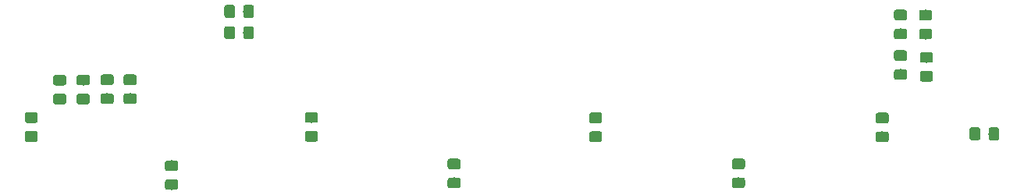
<source format=gbr>
G04 #@! TF.GenerationSoftware,KiCad,Pcbnew,(5.1.2)-2*
G04 #@! TF.CreationDate,2021-01-17T20:53:17+05:30*
G04 #@! TF.ProjectId,VendSensor,56656e64-5365-46e7-936f-722e6b696361,rev?*
G04 #@! TF.SameCoordinates,Original*
G04 #@! TF.FileFunction,Paste,Top*
G04 #@! TF.FilePolarity,Positive*
%FSLAX46Y46*%
G04 Gerber Fmt 4.6, Leading zero omitted, Abs format (unit mm)*
G04 Created by KiCad (PCBNEW (5.1.2)-2) date 2021-01-17 20:53:17*
%MOMM*%
%LPD*%
G04 APERTURE LIST*
%ADD10C,0.100000*%
%ADD11C,1.150000*%
G04 APERTURE END LIST*
D10*
G36*
X74534505Y-43686204D02*
G01*
X74558773Y-43689804D01*
X74582572Y-43695765D01*
X74605671Y-43704030D01*
X74627850Y-43714520D01*
X74648893Y-43727132D01*
X74668599Y-43741747D01*
X74686777Y-43758223D01*
X74703253Y-43776401D01*
X74717868Y-43796107D01*
X74730480Y-43817150D01*
X74740970Y-43839329D01*
X74749235Y-43862428D01*
X74755196Y-43886227D01*
X74758796Y-43910495D01*
X74760000Y-43934999D01*
X74760000Y-44585001D01*
X74758796Y-44609505D01*
X74755196Y-44633773D01*
X74749235Y-44657572D01*
X74740970Y-44680671D01*
X74730480Y-44702850D01*
X74717868Y-44723893D01*
X74703253Y-44743599D01*
X74686777Y-44761777D01*
X74668599Y-44778253D01*
X74648893Y-44792868D01*
X74627850Y-44805480D01*
X74605671Y-44815970D01*
X74582572Y-44824235D01*
X74558773Y-44830196D01*
X74534505Y-44833796D01*
X74510001Y-44835000D01*
X73609999Y-44835000D01*
X73585495Y-44833796D01*
X73561227Y-44830196D01*
X73537428Y-44824235D01*
X73514329Y-44815970D01*
X73492150Y-44805480D01*
X73471107Y-44792868D01*
X73451401Y-44778253D01*
X73433223Y-44761777D01*
X73416747Y-44743599D01*
X73402132Y-44723893D01*
X73389520Y-44702850D01*
X73379030Y-44680671D01*
X73370765Y-44657572D01*
X73364804Y-44633773D01*
X73361204Y-44609505D01*
X73360000Y-44585001D01*
X73360000Y-43934999D01*
X73361204Y-43910495D01*
X73364804Y-43886227D01*
X73370765Y-43862428D01*
X73379030Y-43839329D01*
X73389520Y-43817150D01*
X73402132Y-43796107D01*
X73416747Y-43776401D01*
X73433223Y-43758223D01*
X73451401Y-43741747D01*
X73471107Y-43727132D01*
X73492150Y-43714520D01*
X73514329Y-43704030D01*
X73537428Y-43695765D01*
X73561227Y-43689804D01*
X73585495Y-43686204D01*
X73609999Y-43685000D01*
X74510001Y-43685000D01*
X74534505Y-43686204D01*
X74534505Y-43686204D01*
G37*
D11*
X74060000Y-44260000D03*
D10*
G36*
X74534505Y-45736204D02*
G01*
X74558773Y-45739804D01*
X74582572Y-45745765D01*
X74605671Y-45754030D01*
X74627850Y-45764520D01*
X74648893Y-45777132D01*
X74668599Y-45791747D01*
X74686777Y-45808223D01*
X74703253Y-45826401D01*
X74717868Y-45846107D01*
X74730480Y-45867150D01*
X74740970Y-45889329D01*
X74749235Y-45912428D01*
X74755196Y-45936227D01*
X74758796Y-45960495D01*
X74760000Y-45984999D01*
X74760000Y-46635001D01*
X74758796Y-46659505D01*
X74755196Y-46683773D01*
X74749235Y-46707572D01*
X74740970Y-46730671D01*
X74730480Y-46752850D01*
X74717868Y-46773893D01*
X74703253Y-46793599D01*
X74686777Y-46811777D01*
X74668599Y-46828253D01*
X74648893Y-46842868D01*
X74627850Y-46855480D01*
X74605671Y-46865970D01*
X74582572Y-46874235D01*
X74558773Y-46880196D01*
X74534505Y-46883796D01*
X74510001Y-46885000D01*
X73609999Y-46885000D01*
X73585495Y-46883796D01*
X73561227Y-46880196D01*
X73537428Y-46874235D01*
X73514329Y-46865970D01*
X73492150Y-46855480D01*
X73471107Y-46842868D01*
X73451401Y-46828253D01*
X73433223Y-46811777D01*
X73416747Y-46793599D01*
X73402132Y-46773893D01*
X73389520Y-46752850D01*
X73379030Y-46730671D01*
X73370765Y-46707572D01*
X73364804Y-46683773D01*
X73361204Y-46659505D01*
X73360000Y-46635001D01*
X73360000Y-45984999D01*
X73361204Y-45960495D01*
X73364804Y-45936227D01*
X73370765Y-45912428D01*
X73379030Y-45889329D01*
X73389520Y-45867150D01*
X73402132Y-45846107D01*
X73416747Y-45826401D01*
X73433223Y-45808223D01*
X73451401Y-45791747D01*
X73471107Y-45777132D01*
X73492150Y-45764520D01*
X73514329Y-45754030D01*
X73537428Y-45745765D01*
X73561227Y-45739804D01*
X73585495Y-45736204D01*
X73609999Y-45735000D01*
X74510001Y-45735000D01*
X74534505Y-45736204D01*
X74534505Y-45736204D01*
G37*
D11*
X74060000Y-46310000D03*
D10*
G36*
X72054505Y-43686204D02*
G01*
X72078773Y-43689804D01*
X72102572Y-43695765D01*
X72125671Y-43704030D01*
X72147850Y-43714520D01*
X72168893Y-43727132D01*
X72188599Y-43741747D01*
X72206777Y-43758223D01*
X72223253Y-43776401D01*
X72237868Y-43796107D01*
X72250480Y-43817150D01*
X72260970Y-43839329D01*
X72269235Y-43862428D01*
X72275196Y-43886227D01*
X72278796Y-43910495D01*
X72280000Y-43934999D01*
X72280000Y-44585001D01*
X72278796Y-44609505D01*
X72275196Y-44633773D01*
X72269235Y-44657572D01*
X72260970Y-44680671D01*
X72250480Y-44702850D01*
X72237868Y-44723893D01*
X72223253Y-44743599D01*
X72206777Y-44761777D01*
X72188599Y-44778253D01*
X72168893Y-44792868D01*
X72147850Y-44805480D01*
X72125671Y-44815970D01*
X72102572Y-44824235D01*
X72078773Y-44830196D01*
X72054505Y-44833796D01*
X72030001Y-44835000D01*
X71129999Y-44835000D01*
X71105495Y-44833796D01*
X71081227Y-44830196D01*
X71057428Y-44824235D01*
X71034329Y-44815970D01*
X71012150Y-44805480D01*
X70991107Y-44792868D01*
X70971401Y-44778253D01*
X70953223Y-44761777D01*
X70936747Y-44743599D01*
X70922132Y-44723893D01*
X70909520Y-44702850D01*
X70899030Y-44680671D01*
X70890765Y-44657572D01*
X70884804Y-44633773D01*
X70881204Y-44609505D01*
X70880000Y-44585001D01*
X70880000Y-43934999D01*
X70881204Y-43910495D01*
X70884804Y-43886227D01*
X70890765Y-43862428D01*
X70899030Y-43839329D01*
X70909520Y-43817150D01*
X70922132Y-43796107D01*
X70936747Y-43776401D01*
X70953223Y-43758223D01*
X70971401Y-43741747D01*
X70991107Y-43727132D01*
X71012150Y-43714520D01*
X71034329Y-43704030D01*
X71057428Y-43695765D01*
X71081227Y-43689804D01*
X71105495Y-43686204D01*
X71129999Y-43685000D01*
X72030001Y-43685000D01*
X72054505Y-43686204D01*
X72054505Y-43686204D01*
G37*
D11*
X71580000Y-44260000D03*
D10*
G36*
X72054505Y-45736204D02*
G01*
X72078773Y-45739804D01*
X72102572Y-45745765D01*
X72125671Y-45754030D01*
X72147850Y-45764520D01*
X72168893Y-45777132D01*
X72188599Y-45791747D01*
X72206777Y-45808223D01*
X72223253Y-45826401D01*
X72237868Y-45846107D01*
X72250480Y-45867150D01*
X72260970Y-45889329D01*
X72269235Y-45912428D01*
X72275196Y-45936227D01*
X72278796Y-45960495D01*
X72280000Y-45984999D01*
X72280000Y-46635001D01*
X72278796Y-46659505D01*
X72275196Y-46683773D01*
X72269235Y-46707572D01*
X72260970Y-46730671D01*
X72250480Y-46752850D01*
X72237868Y-46773893D01*
X72223253Y-46793599D01*
X72206777Y-46811777D01*
X72188599Y-46828253D01*
X72168893Y-46842868D01*
X72147850Y-46855480D01*
X72125671Y-46865970D01*
X72102572Y-46874235D01*
X72078773Y-46880196D01*
X72054505Y-46883796D01*
X72030001Y-46885000D01*
X71129999Y-46885000D01*
X71105495Y-46883796D01*
X71081227Y-46880196D01*
X71057428Y-46874235D01*
X71034329Y-46865970D01*
X71012150Y-46855480D01*
X70991107Y-46842868D01*
X70971401Y-46828253D01*
X70953223Y-46811777D01*
X70936747Y-46793599D01*
X70922132Y-46773893D01*
X70909520Y-46752850D01*
X70899030Y-46730671D01*
X70890765Y-46707572D01*
X70884804Y-46683773D01*
X70881204Y-46659505D01*
X70880000Y-46635001D01*
X70880000Y-45984999D01*
X70881204Y-45960495D01*
X70884804Y-45936227D01*
X70890765Y-45912428D01*
X70899030Y-45889329D01*
X70909520Y-45867150D01*
X70922132Y-45846107D01*
X70936747Y-45826401D01*
X70953223Y-45808223D01*
X70971401Y-45791747D01*
X70991107Y-45777132D01*
X71012150Y-45764520D01*
X71034329Y-45754030D01*
X71057428Y-45745765D01*
X71081227Y-45739804D01*
X71105495Y-45736204D01*
X71129999Y-45735000D01*
X72030001Y-45735000D01*
X72054505Y-45736204D01*
X72054505Y-45736204D01*
G37*
D11*
X71580000Y-46310000D03*
D10*
G36*
X69454505Y-43721204D02*
G01*
X69478773Y-43724804D01*
X69502572Y-43730765D01*
X69525671Y-43739030D01*
X69547850Y-43749520D01*
X69568893Y-43762132D01*
X69588599Y-43776747D01*
X69606777Y-43793223D01*
X69623253Y-43811401D01*
X69637868Y-43831107D01*
X69650480Y-43852150D01*
X69660970Y-43874329D01*
X69669235Y-43897428D01*
X69675196Y-43921227D01*
X69678796Y-43945495D01*
X69680000Y-43969999D01*
X69680000Y-44620001D01*
X69678796Y-44644505D01*
X69675196Y-44668773D01*
X69669235Y-44692572D01*
X69660970Y-44715671D01*
X69650480Y-44737850D01*
X69637868Y-44758893D01*
X69623253Y-44778599D01*
X69606777Y-44796777D01*
X69588599Y-44813253D01*
X69568893Y-44827868D01*
X69547850Y-44840480D01*
X69525671Y-44850970D01*
X69502572Y-44859235D01*
X69478773Y-44865196D01*
X69454505Y-44868796D01*
X69430001Y-44870000D01*
X68529999Y-44870000D01*
X68505495Y-44868796D01*
X68481227Y-44865196D01*
X68457428Y-44859235D01*
X68434329Y-44850970D01*
X68412150Y-44840480D01*
X68391107Y-44827868D01*
X68371401Y-44813253D01*
X68353223Y-44796777D01*
X68336747Y-44778599D01*
X68322132Y-44758893D01*
X68309520Y-44737850D01*
X68299030Y-44715671D01*
X68290765Y-44692572D01*
X68284804Y-44668773D01*
X68281204Y-44644505D01*
X68280000Y-44620001D01*
X68280000Y-43969999D01*
X68281204Y-43945495D01*
X68284804Y-43921227D01*
X68290765Y-43897428D01*
X68299030Y-43874329D01*
X68309520Y-43852150D01*
X68322132Y-43831107D01*
X68336747Y-43811401D01*
X68353223Y-43793223D01*
X68371401Y-43776747D01*
X68391107Y-43762132D01*
X68412150Y-43749520D01*
X68434329Y-43739030D01*
X68457428Y-43730765D01*
X68481227Y-43724804D01*
X68505495Y-43721204D01*
X68529999Y-43720000D01*
X69430001Y-43720000D01*
X69454505Y-43721204D01*
X69454505Y-43721204D01*
G37*
D11*
X68980000Y-44295000D03*
D10*
G36*
X69454505Y-45771204D02*
G01*
X69478773Y-45774804D01*
X69502572Y-45780765D01*
X69525671Y-45789030D01*
X69547850Y-45799520D01*
X69568893Y-45812132D01*
X69588599Y-45826747D01*
X69606777Y-45843223D01*
X69623253Y-45861401D01*
X69637868Y-45881107D01*
X69650480Y-45902150D01*
X69660970Y-45924329D01*
X69669235Y-45947428D01*
X69675196Y-45971227D01*
X69678796Y-45995495D01*
X69680000Y-46019999D01*
X69680000Y-46670001D01*
X69678796Y-46694505D01*
X69675196Y-46718773D01*
X69669235Y-46742572D01*
X69660970Y-46765671D01*
X69650480Y-46787850D01*
X69637868Y-46808893D01*
X69623253Y-46828599D01*
X69606777Y-46846777D01*
X69588599Y-46863253D01*
X69568893Y-46877868D01*
X69547850Y-46890480D01*
X69525671Y-46900970D01*
X69502572Y-46909235D01*
X69478773Y-46915196D01*
X69454505Y-46918796D01*
X69430001Y-46920000D01*
X68529999Y-46920000D01*
X68505495Y-46918796D01*
X68481227Y-46915196D01*
X68457428Y-46909235D01*
X68434329Y-46900970D01*
X68412150Y-46890480D01*
X68391107Y-46877868D01*
X68371401Y-46863253D01*
X68353223Y-46846777D01*
X68336747Y-46828599D01*
X68322132Y-46808893D01*
X68309520Y-46787850D01*
X68299030Y-46765671D01*
X68290765Y-46742572D01*
X68284804Y-46718773D01*
X68281204Y-46694505D01*
X68280000Y-46670001D01*
X68280000Y-46019999D01*
X68281204Y-45995495D01*
X68284804Y-45971227D01*
X68290765Y-45947428D01*
X68299030Y-45924329D01*
X68309520Y-45902150D01*
X68322132Y-45881107D01*
X68336747Y-45861401D01*
X68353223Y-45843223D01*
X68371401Y-45826747D01*
X68391107Y-45812132D01*
X68412150Y-45799520D01*
X68434329Y-45789030D01*
X68457428Y-45780765D01*
X68481227Y-45774804D01*
X68505495Y-45771204D01*
X68529999Y-45770000D01*
X69430001Y-45770000D01*
X69454505Y-45771204D01*
X69454505Y-45771204D01*
G37*
D11*
X68980000Y-46345000D03*
D10*
G36*
X66904505Y-43726204D02*
G01*
X66928773Y-43729804D01*
X66952572Y-43735765D01*
X66975671Y-43744030D01*
X66997850Y-43754520D01*
X67018893Y-43767132D01*
X67038599Y-43781747D01*
X67056777Y-43798223D01*
X67073253Y-43816401D01*
X67087868Y-43836107D01*
X67100480Y-43857150D01*
X67110970Y-43879329D01*
X67119235Y-43902428D01*
X67125196Y-43926227D01*
X67128796Y-43950495D01*
X67130000Y-43974999D01*
X67130000Y-44625001D01*
X67128796Y-44649505D01*
X67125196Y-44673773D01*
X67119235Y-44697572D01*
X67110970Y-44720671D01*
X67100480Y-44742850D01*
X67087868Y-44763893D01*
X67073253Y-44783599D01*
X67056777Y-44801777D01*
X67038599Y-44818253D01*
X67018893Y-44832868D01*
X66997850Y-44845480D01*
X66975671Y-44855970D01*
X66952572Y-44864235D01*
X66928773Y-44870196D01*
X66904505Y-44873796D01*
X66880001Y-44875000D01*
X65979999Y-44875000D01*
X65955495Y-44873796D01*
X65931227Y-44870196D01*
X65907428Y-44864235D01*
X65884329Y-44855970D01*
X65862150Y-44845480D01*
X65841107Y-44832868D01*
X65821401Y-44818253D01*
X65803223Y-44801777D01*
X65786747Y-44783599D01*
X65772132Y-44763893D01*
X65759520Y-44742850D01*
X65749030Y-44720671D01*
X65740765Y-44697572D01*
X65734804Y-44673773D01*
X65731204Y-44649505D01*
X65730000Y-44625001D01*
X65730000Y-43974999D01*
X65731204Y-43950495D01*
X65734804Y-43926227D01*
X65740765Y-43902428D01*
X65749030Y-43879329D01*
X65759520Y-43857150D01*
X65772132Y-43836107D01*
X65786747Y-43816401D01*
X65803223Y-43798223D01*
X65821401Y-43781747D01*
X65841107Y-43767132D01*
X65862150Y-43754520D01*
X65884329Y-43744030D01*
X65907428Y-43735765D01*
X65931227Y-43729804D01*
X65955495Y-43726204D01*
X65979999Y-43725000D01*
X66880001Y-43725000D01*
X66904505Y-43726204D01*
X66904505Y-43726204D01*
G37*
D11*
X66430000Y-44300000D03*
D10*
G36*
X66904505Y-45776204D02*
G01*
X66928773Y-45779804D01*
X66952572Y-45785765D01*
X66975671Y-45794030D01*
X66997850Y-45804520D01*
X67018893Y-45817132D01*
X67038599Y-45831747D01*
X67056777Y-45848223D01*
X67073253Y-45866401D01*
X67087868Y-45886107D01*
X67100480Y-45907150D01*
X67110970Y-45929329D01*
X67119235Y-45952428D01*
X67125196Y-45976227D01*
X67128796Y-46000495D01*
X67130000Y-46024999D01*
X67130000Y-46675001D01*
X67128796Y-46699505D01*
X67125196Y-46723773D01*
X67119235Y-46747572D01*
X67110970Y-46770671D01*
X67100480Y-46792850D01*
X67087868Y-46813893D01*
X67073253Y-46833599D01*
X67056777Y-46851777D01*
X67038599Y-46868253D01*
X67018893Y-46882868D01*
X66997850Y-46895480D01*
X66975671Y-46905970D01*
X66952572Y-46914235D01*
X66928773Y-46920196D01*
X66904505Y-46923796D01*
X66880001Y-46925000D01*
X65979999Y-46925000D01*
X65955495Y-46923796D01*
X65931227Y-46920196D01*
X65907428Y-46914235D01*
X65884329Y-46905970D01*
X65862150Y-46895480D01*
X65841107Y-46882868D01*
X65821401Y-46868253D01*
X65803223Y-46851777D01*
X65786747Y-46833599D01*
X65772132Y-46813893D01*
X65759520Y-46792850D01*
X65749030Y-46770671D01*
X65740765Y-46747572D01*
X65734804Y-46723773D01*
X65731204Y-46699505D01*
X65730000Y-46675001D01*
X65730000Y-46024999D01*
X65731204Y-46000495D01*
X65734804Y-45976227D01*
X65740765Y-45952428D01*
X65749030Y-45929329D01*
X65759520Y-45907150D01*
X65772132Y-45886107D01*
X65786747Y-45866401D01*
X65803223Y-45848223D01*
X65821401Y-45831747D01*
X65841107Y-45817132D01*
X65862150Y-45804520D01*
X65884329Y-45794030D01*
X65907428Y-45785765D01*
X65931227Y-45779804D01*
X65955495Y-45776204D01*
X65979999Y-45775000D01*
X66880001Y-45775000D01*
X66904505Y-45776204D01*
X66904505Y-45776204D01*
G37*
D11*
X66430000Y-46350000D03*
D10*
G36*
X87269505Y-38441204D02*
G01*
X87293773Y-38444804D01*
X87317572Y-38450765D01*
X87340671Y-38459030D01*
X87362850Y-38469520D01*
X87383893Y-38482132D01*
X87403599Y-38496747D01*
X87421777Y-38513223D01*
X87438253Y-38531401D01*
X87452868Y-38551107D01*
X87465480Y-38572150D01*
X87475970Y-38594329D01*
X87484235Y-38617428D01*
X87490196Y-38641227D01*
X87493796Y-38665495D01*
X87495000Y-38689999D01*
X87495000Y-39590001D01*
X87493796Y-39614505D01*
X87490196Y-39638773D01*
X87484235Y-39662572D01*
X87475970Y-39685671D01*
X87465480Y-39707850D01*
X87452868Y-39728893D01*
X87438253Y-39748599D01*
X87421777Y-39766777D01*
X87403599Y-39783253D01*
X87383893Y-39797868D01*
X87362850Y-39810480D01*
X87340671Y-39820970D01*
X87317572Y-39829235D01*
X87293773Y-39835196D01*
X87269505Y-39838796D01*
X87245001Y-39840000D01*
X86594999Y-39840000D01*
X86570495Y-39838796D01*
X86546227Y-39835196D01*
X86522428Y-39829235D01*
X86499329Y-39820970D01*
X86477150Y-39810480D01*
X86456107Y-39797868D01*
X86436401Y-39783253D01*
X86418223Y-39766777D01*
X86401747Y-39748599D01*
X86387132Y-39728893D01*
X86374520Y-39707850D01*
X86364030Y-39685671D01*
X86355765Y-39662572D01*
X86349804Y-39638773D01*
X86346204Y-39614505D01*
X86345000Y-39590001D01*
X86345000Y-38689999D01*
X86346204Y-38665495D01*
X86349804Y-38641227D01*
X86355765Y-38617428D01*
X86364030Y-38594329D01*
X86374520Y-38572150D01*
X86387132Y-38551107D01*
X86401747Y-38531401D01*
X86418223Y-38513223D01*
X86436401Y-38496747D01*
X86456107Y-38482132D01*
X86477150Y-38469520D01*
X86499329Y-38459030D01*
X86522428Y-38450765D01*
X86546227Y-38444804D01*
X86570495Y-38441204D01*
X86594999Y-38440000D01*
X87245001Y-38440000D01*
X87269505Y-38441204D01*
X87269505Y-38441204D01*
G37*
D11*
X86920000Y-39140000D03*
D10*
G36*
X85219505Y-38441204D02*
G01*
X85243773Y-38444804D01*
X85267572Y-38450765D01*
X85290671Y-38459030D01*
X85312850Y-38469520D01*
X85333893Y-38482132D01*
X85353599Y-38496747D01*
X85371777Y-38513223D01*
X85388253Y-38531401D01*
X85402868Y-38551107D01*
X85415480Y-38572150D01*
X85425970Y-38594329D01*
X85434235Y-38617428D01*
X85440196Y-38641227D01*
X85443796Y-38665495D01*
X85445000Y-38689999D01*
X85445000Y-39590001D01*
X85443796Y-39614505D01*
X85440196Y-39638773D01*
X85434235Y-39662572D01*
X85425970Y-39685671D01*
X85415480Y-39707850D01*
X85402868Y-39728893D01*
X85388253Y-39748599D01*
X85371777Y-39766777D01*
X85353599Y-39783253D01*
X85333893Y-39797868D01*
X85312850Y-39810480D01*
X85290671Y-39820970D01*
X85267572Y-39829235D01*
X85243773Y-39835196D01*
X85219505Y-39838796D01*
X85195001Y-39840000D01*
X84544999Y-39840000D01*
X84520495Y-39838796D01*
X84496227Y-39835196D01*
X84472428Y-39829235D01*
X84449329Y-39820970D01*
X84427150Y-39810480D01*
X84406107Y-39797868D01*
X84386401Y-39783253D01*
X84368223Y-39766777D01*
X84351747Y-39748599D01*
X84337132Y-39728893D01*
X84324520Y-39707850D01*
X84314030Y-39685671D01*
X84305765Y-39662572D01*
X84299804Y-39638773D01*
X84296204Y-39614505D01*
X84295000Y-39590001D01*
X84295000Y-38689999D01*
X84296204Y-38665495D01*
X84299804Y-38641227D01*
X84305765Y-38617428D01*
X84314030Y-38594329D01*
X84324520Y-38572150D01*
X84337132Y-38551107D01*
X84351747Y-38531401D01*
X84368223Y-38513223D01*
X84386401Y-38496747D01*
X84406107Y-38482132D01*
X84427150Y-38469520D01*
X84449329Y-38459030D01*
X84472428Y-38450765D01*
X84496227Y-38444804D01*
X84520495Y-38441204D01*
X84544999Y-38440000D01*
X85195001Y-38440000D01*
X85219505Y-38441204D01*
X85219505Y-38441204D01*
G37*
D11*
X84870000Y-39140000D03*
D10*
G36*
X87269505Y-36141204D02*
G01*
X87293773Y-36144804D01*
X87317572Y-36150765D01*
X87340671Y-36159030D01*
X87362850Y-36169520D01*
X87383893Y-36182132D01*
X87403599Y-36196747D01*
X87421777Y-36213223D01*
X87438253Y-36231401D01*
X87452868Y-36251107D01*
X87465480Y-36272150D01*
X87475970Y-36294329D01*
X87484235Y-36317428D01*
X87490196Y-36341227D01*
X87493796Y-36365495D01*
X87495000Y-36389999D01*
X87495000Y-37290001D01*
X87493796Y-37314505D01*
X87490196Y-37338773D01*
X87484235Y-37362572D01*
X87475970Y-37385671D01*
X87465480Y-37407850D01*
X87452868Y-37428893D01*
X87438253Y-37448599D01*
X87421777Y-37466777D01*
X87403599Y-37483253D01*
X87383893Y-37497868D01*
X87362850Y-37510480D01*
X87340671Y-37520970D01*
X87317572Y-37529235D01*
X87293773Y-37535196D01*
X87269505Y-37538796D01*
X87245001Y-37540000D01*
X86594999Y-37540000D01*
X86570495Y-37538796D01*
X86546227Y-37535196D01*
X86522428Y-37529235D01*
X86499329Y-37520970D01*
X86477150Y-37510480D01*
X86456107Y-37497868D01*
X86436401Y-37483253D01*
X86418223Y-37466777D01*
X86401747Y-37448599D01*
X86387132Y-37428893D01*
X86374520Y-37407850D01*
X86364030Y-37385671D01*
X86355765Y-37362572D01*
X86349804Y-37338773D01*
X86346204Y-37314505D01*
X86345000Y-37290001D01*
X86345000Y-36389999D01*
X86346204Y-36365495D01*
X86349804Y-36341227D01*
X86355765Y-36317428D01*
X86364030Y-36294329D01*
X86374520Y-36272150D01*
X86387132Y-36251107D01*
X86401747Y-36231401D01*
X86418223Y-36213223D01*
X86436401Y-36196747D01*
X86456107Y-36182132D01*
X86477150Y-36169520D01*
X86499329Y-36159030D01*
X86522428Y-36150765D01*
X86546227Y-36144804D01*
X86570495Y-36141204D01*
X86594999Y-36140000D01*
X87245001Y-36140000D01*
X87269505Y-36141204D01*
X87269505Y-36141204D01*
G37*
D11*
X86920000Y-36840000D03*
D10*
G36*
X85219505Y-36141204D02*
G01*
X85243773Y-36144804D01*
X85267572Y-36150765D01*
X85290671Y-36159030D01*
X85312850Y-36169520D01*
X85333893Y-36182132D01*
X85353599Y-36196747D01*
X85371777Y-36213223D01*
X85388253Y-36231401D01*
X85402868Y-36251107D01*
X85415480Y-36272150D01*
X85425970Y-36294329D01*
X85434235Y-36317428D01*
X85440196Y-36341227D01*
X85443796Y-36365495D01*
X85445000Y-36389999D01*
X85445000Y-37290001D01*
X85443796Y-37314505D01*
X85440196Y-37338773D01*
X85434235Y-37362572D01*
X85425970Y-37385671D01*
X85415480Y-37407850D01*
X85402868Y-37428893D01*
X85388253Y-37448599D01*
X85371777Y-37466777D01*
X85353599Y-37483253D01*
X85333893Y-37497868D01*
X85312850Y-37510480D01*
X85290671Y-37520970D01*
X85267572Y-37529235D01*
X85243773Y-37535196D01*
X85219505Y-37538796D01*
X85195001Y-37540000D01*
X84544999Y-37540000D01*
X84520495Y-37538796D01*
X84496227Y-37535196D01*
X84472428Y-37529235D01*
X84449329Y-37520970D01*
X84427150Y-37510480D01*
X84406107Y-37497868D01*
X84386401Y-37483253D01*
X84368223Y-37466777D01*
X84351747Y-37448599D01*
X84337132Y-37428893D01*
X84324520Y-37407850D01*
X84314030Y-37385671D01*
X84305765Y-37362572D01*
X84299804Y-37338773D01*
X84296204Y-37314505D01*
X84295000Y-37290001D01*
X84295000Y-36389999D01*
X84296204Y-36365495D01*
X84299804Y-36341227D01*
X84305765Y-36317428D01*
X84314030Y-36294329D01*
X84324520Y-36272150D01*
X84337132Y-36251107D01*
X84351747Y-36231401D01*
X84368223Y-36213223D01*
X84386401Y-36196747D01*
X84406107Y-36182132D01*
X84427150Y-36169520D01*
X84449329Y-36159030D01*
X84472428Y-36150765D01*
X84496227Y-36144804D01*
X84520495Y-36141204D01*
X84544999Y-36140000D01*
X85195001Y-36140000D01*
X85219505Y-36141204D01*
X85219505Y-36141204D01*
G37*
D11*
X84870000Y-36840000D03*
D10*
G36*
X158114505Y-38711204D02*
G01*
X158138773Y-38714804D01*
X158162572Y-38720765D01*
X158185671Y-38729030D01*
X158207850Y-38739520D01*
X158228893Y-38752132D01*
X158248599Y-38766747D01*
X158266777Y-38783223D01*
X158283253Y-38801401D01*
X158297868Y-38821107D01*
X158310480Y-38842150D01*
X158320970Y-38864329D01*
X158329235Y-38887428D01*
X158335196Y-38911227D01*
X158338796Y-38935495D01*
X158340000Y-38959999D01*
X158340000Y-39610001D01*
X158338796Y-39634505D01*
X158335196Y-39658773D01*
X158329235Y-39682572D01*
X158320970Y-39705671D01*
X158310480Y-39727850D01*
X158297868Y-39748893D01*
X158283253Y-39768599D01*
X158266777Y-39786777D01*
X158248599Y-39803253D01*
X158228893Y-39817868D01*
X158207850Y-39830480D01*
X158185671Y-39840970D01*
X158162572Y-39849235D01*
X158138773Y-39855196D01*
X158114505Y-39858796D01*
X158090001Y-39860000D01*
X157189999Y-39860000D01*
X157165495Y-39858796D01*
X157141227Y-39855196D01*
X157117428Y-39849235D01*
X157094329Y-39840970D01*
X157072150Y-39830480D01*
X157051107Y-39817868D01*
X157031401Y-39803253D01*
X157013223Y-39786777D01*
X156996747Y-39768599D01*
X156982132Y-39748893D01*
X156969520Y-39727850D01*
X156959030Y-39705671D01*
X156950765Y-39682572D01*
X156944804Y-39658773D01*
X156941204Y-39634505D01*
X156940000Y-39610001D01*
X156940000Y-38959999D01*
X156941204Y-38935495D01*
X156944804Y-38911227D01*
X156950765Y-38887428D01*
X156959030Y-38864329D01*
X156969520Y-38842150D01*
X156982132Y-38821107D01*
X156996747Y-38801401D01*
X157013223Y-38783223D01*
X157031401Y-38766747D01*
X157051107Y-38752132D01*
X157072150Y-38739520D01*
X157094329Y-38729030D01*
X157117428Y-38720765D01*
X157141227Y-38714804D01*
X157165495Y-38711204D01*
X157189999Y-38710000D01*
X158090001Y-38710000D01*
X158114505Y-38711204D01*
X158114505Y-38711204D01*
G37*
D11*
X157640000Y-39285000D03*
D10*
G36*
X158114505Y-36661204D02*
G01*
X158138773Y-36664804D01*
X158162572Y-36670765D01*
X158185671Y-36679030D01*
X158207850Y-36689520D01*
X158228893Y-36702132D01*
X158248599Y-36716747D01*
X158266777Y-36733223D01*
X158283253Y-36751401D01*
X158297868Y-36771107D01*
X158310480Y-36792150D01*
X158320970Y-36814329D01*
X158329235Y-36837428D01*
X158335196Y-36861227D01*
X158338796Y-36885495D01*
X158340000Y-36909999D01*
X158340000Y-37560001D01*
X158338796Y-37584505D01*
X158335196Y-37608773D01*
X158329235Y-37632572D01*
X158320970Y-37655671D01*
X158310480Y-37677850D01*
X158297868Y-37698893D01*
X158283253Y-37718599D01*
X158266777Y-37736777D01*
X158248599Y-37753253D01*
X158228893Y-37767868D01*
X158207850Y-37780480D01*
X158185671Y-37790970D01*
X158162572Y-37799235D01*
X158138773Y-37805196D01*
X158114505Y-37808796D01*
X158090001Y-37810000D01*
X157189999Y-37810000D01*
X157165495Y-37808796D01*
X157141227Y-37805196D01*
X157117428Y-37799235D01*
X157094329Y-37790970D01*
X157072150Y-37780480D01*
X157051107Y-37767868D01*
X157031401Y-37753253D01*
X157013223Y-37736777D01*
X156996747Y-37718599D01*
X156982132Y-37698893D01*
X156969520Y-37677850D01*
X156959030Y-37655671D01*
X156950765Y-37632572D01*
X156944804Y-37608773D01*
X156941204Y-37584505D01*
X156940000Y-37560001D01*
X156940000Y-36909999D01*
X156941204Y-36885495D01*
X156944804Y-36861227D01*
X156950765Y-36837428D01*
X156959030Y-36814329D01*
X156969520Y-36792150D01*
X156982132Y-36771107D01*
X156996747Y-36751401D01*
X157013223Y-36733223D01*
X157031401Y-36716747D01*
X157051107Y-36702132D01*
X157072150Y-36689520D01*
X157094329Y-36679030D01*
X157117428Y-36670765D01*
X157141227Y-36664804D01*
X157165495Y-36661204D01*
X157189999Y-36660000D01*
X158090001Y-36660000D01*
X158114505Y-36661204D01*
X158114505Y-36661204D01*
G37*
D11*
X157640000Y-37235000D03*
D10*
G36*
X160824505Y-38721204D02*
G01*
X160848773Y-38724804D01*
X160872572Y-38730765D01*
X160895671Y-38739030D01*
X160917850Y-38749520D01*
X160938893Y-38762132D01*
X160958599Y-38776747D01*
X160976777Y-38793223D01*
X160993253Y-38811401D01*
X161007868Y-38831107D01*
X161020480Y-38852150D01*
X161030970Y-38874329D01*
X161039235Y-38897428D01*
X161045196Y-38921227D01*
X161048796Y-38945495D01*
X161050000Y-38969999D01*
X161050000Y-39620001D01*
X161048796Y-39644505D01*
X161045196Y-39668773D01*
X161039235Y-39692572D01*
X161030970Y-39715671D01*
X161020480Y-39737850D01*
X161007868Y-39758893D01*
X160993253Y-39778599D01*
X160976777Y-39796777D01*
X160958599Y-39813253D01*
X160938893Y-39827868D01*
X160917850Y-39840480D01*
X160895671Y-39850970D01*
X160872572Y-39859235D01*
X160848773Y-39865196D01*
X160824505Y-39868796D01*
X160800001Y-39870000D01*
X159899999Y-39870000D01*
X159875495Y-39868796D01*
X159851227Y-39865196D01*
X159827428Y-39859235D01*
X159804329Y-39850970D01*
X159782150Y-39840480D01*
X159761107Y-39827868D01*
X159741401Y-39813253D01*
X159723223Y-39796777D01*
X159706747Y-39778599D01*
X159692132Y-39758893D01*
X159679520Y-39737850D01*
X159669030Y-39715671D01*
X159660765Y-39692572D01*
X159654804Y-39668773D01*
X159651204Y-39644505D01*
X159650000Y-39620001D01*
X159650000Y-38969999D01*
X159651204Y-38945495D01*
X159654804Y-38921227D01*
X159660765Y-38897428D01*
X159669030Y-38874329D01*
X159679520Y-38852150D01*
X159692132Y-38831107D01*
X159706747Y-38811401D01*
X159723223Y-38793223D01*
X159741401Y-38776747D01*
X159761107Y-38762132D01*
X159782150Y-38749520D01*
X159804329Y-38739030D01*
X159827428Y-38730765D01*
X159851227Y-38724804D01*
X159875495Y-38721204D01*
X159899999Y-38720000D01*
X160800001Y-38720000D01*
X160824505Y-38721204D01*
X160824505Y-38721204D01*
G37*
D11*
X160350000Y-39295000D03*
D10*
G36*
X160824505Y-36671204D02*
G01*
X160848773Y-36674804D01*
X160872572Y-36680765D01*
X160895671Y-36689030D01*
X160917850Y-36699520D01*
X160938893Y-36712132D01*
X160958599Y-36726747D01*
X160976777Y-36743223D01*
X160993253Y-36761401D01*
X161007868Y-36781107D01*
X161020480Y-36802150D01*
X161030970Y-36824329D01*
X161039235Y-36847428D01*
X161045196Y-36871227D01*
X161048796Y-36895495D01*
X161050000Y-36919999D01*
X161050000Y-37570001D01*
X161048796Y-37594505D01*
X161045196Y-37618773D01*
X161039235Y-37642572D01*
X161030970Y-37665671D01*
X161020480Y-37687850D01*
X161007868Y-37708893D01*
X160993253Y-37728599D01*
X160976777Y-37746777D01*
X160958599Y-37763253D01*
X160938893Y-37777868D01*
X160917850Y-37790480D01*
X160895671Y-37800970D01*
X160872572Y-37809235D01*
X160848773Y-37815196D01*
X160824505Y-37818796D01*
X160800001Y-37820000D01*
X159899999Y-37820000D01*
X159875495Y-37818796D01*
X159851227Y-37815196D01*
X159827428Y-37809235D01*
X159804329Y-37800970D01*
X159782150Y-37790480D01*
X159761107Y-37777868D01*
X159741401Y-37763253D01*
X159723223Y-37746777D01*
X159706747Y-37728599D01*
X159692132Y-37708893D01*
X159679520Y-37687850D01*
X159669030Y-37665671D01*
X159660765Y-37642572D01*
X159654804Y-37618773D01*
X159651204Y-37594505D01*
X159650000Y-37570001D01*
X159650000Y-36919999D01*
X159651204Y-36895495D01*
X159654804Y-36871227D01*
X159660765Y-36847428D01*
X159669030Y-36824329D01*
X159679520Y-36802150D01*
X159692132Y-36781107D01*
X159706747Y-36761401D01*
X159723223Y-36743223D01*
X159741401Y-36726747D01*
X159761107Y-36712132D01*
X159782150Y-36699520D01*
X159804329Y-36689030D01*
X159827428Y-36680765D01*
X159851227Y-36674804D01*
X159875495Y-36671204D01*
X159899999Y-36670000D01*
X160800001Y-36670000D01*
X160824505Y-36671204D01*
X160824505Y-36671204D01*
G37*
D11*
X160350000Y-37245000D03*
D10*
G36*
X158114505Y-41061204D02*
G01*
X158138773Y-41064804D01*
X158162572Y-41070765D01*
X158185671Y-41079030D01*
X158207850Y-41089520D01*
X158228893Y-41102132D01*
X158248599Y-41116747D01*
X158266777Y-41133223D01*
X158283253Y-41151401D01*
X158297868Y-41171107D01*
X158310480Y-41192150D01*
X158320970Y-41214329D01*
X158329235Y-41237428D01*
X158335196Y-41261227D01*
X158338796Y-41285495D01*
X158340000Y-41309999D01*
X158340000Y-41960001D01*
X158338796Y-41984505D01*
X158335196Y-42008773D01*
X158329235Y-42032572D01*
X158320970Y-42055671D01*
X158310480Y-42077850D01*
X158297868Y-42098893D01*
X158283253Y-42118599D01*
X158266777Y-42136777D01*
X158248599Y-42153253D01*
X158228893Y-42167868D01*
X158207850Y-42180480D01*
X158185671Y-42190970D01*
X158162572Y-42199235D01*
X158138773Y-42205196D01*
X158114505Y-42208796D01*
X158090001Y-42210000D01*
X157189999Y-42210000D01*
X157165495Y-42208796D01*
X157141227Y-42205196D01*
X157117428Y-42199235D01*
X157094329Y-42190970D01*
X157072150Y-42180480D01*
X157051107Y-42167868D01*
X157031401Y-42153253D01*
X157013223Y-42136777D01*
X156996747Y-42118599D01*
X156982132Y-42098893D01*
X156969520Y-42077850D01*
X156959030Y-42055671D01*
X156950765Y-42032572D01*
X156944804Y-42008773D01*
X156941204Y-41984505D01*
X156940000Y-41960001D01*
X156940000Y-41309999D01*
X156941204Y-41285495D01*
X156944804Y-41261227D01*
X156950765Y-41237428D01*
X156959030Y-41214329D01*
X156969520Y-41192150D01*
X156982132Y-41171107D01*
X156996747Y-41151401D01*
X157013223Y-41133223D01*
X157031401Y-41116747D01*
X157051107Y-41102132D01*
X157072150Y-41089520D01*
X157094329Y-41079030D01*
X157117428Y-41070765D01*
X157141227Y-41064804D01*
X157165495Y-41061204D01*
X157189999Y-41060000D01*
X158090001Y-41060000D01*
X158114505Y-41061204D01*
X158114505Y-41061204D01*
G37*
D11*
X157640000Y-41635000D03*
D10*
G36*
X158114505Y-43111204D02*
G01*
X158138773Y-43114804D01*
X158162572Y-43120765D01*
X158185671Y-43129030D01*
X158207850Y-43139520D01*
X158228893Y-43152132D01*
X158248599Y-43166747D01*
X158266777Y-43183223D01*
X158283253Y-43201401D01*
X158297868Y-43221107D01*
X158310480Y-43242150D01*
X158320970Y-43264329D01*
X158329235Y-43287428D01*
X158335196Y-43311227D01*
X158338796Y-43335495D01*
X158340000Y-43359999D01*
X158340000Y-44010001D01*
X158338796Y-44034505D01*
X158335196Y-44058773D01*
X158329235Y-44082572D01*
X158320970Y-44105671D01*
X158310480Y-44127850D01*
X158297868Y-44148893D01*
X158283253Y-44168599D01*
X158266777Y-44186777D01*
X158248599Y-44203253D01*
X158228893Y-44217868D01*
X158207850Y-44230480D01*
X158185671Y-44240970D01*
X158162572Y-44249235D01*
X158138773Y-44255196D01*
X158114505Y-44258796D01*
X158090001Y-44260000D01*
X157189999Y-44260000D01*
X157165495Y-44258796D01*
X157141227Y-44255196D01*
X157117428Y-44249235D01*
X157094329Y-44240970D01*
X157072150Y-44230480D01*
X157051107Y-44217868D01*
X157031401Y-44203253D01*
X157013223Y-44186777D01*
X156996747Y-44168599D01*
X156982132Y-44148893D01*
X156969520Y-44127850D01*
X156959030Y-44105671D01*
X156950765Y-44082572D01*
X156944804Y-44058773D01*
X156941204Y-44034505D01*
X156940000Y-44010001D01*
X156940000Y-43359999D01*
X156941204Y-43335495D01*
X156944804Y-43311227D01*
X156950765Y-43287428D01*
X156959030Y-43264329D01*
X156969520Y-43242150D01*
X156982132Y-43221107D01*
X156996747Y-43201401D01*
X157013223Y-43183223D01*
X157031401Y-43166747D01*
X157051107Y-43152132D01*
X157072150Y-43139520D01*
X157094329Y-43129030D01*
X157117428Y-43120765D01*
X157141227Y-43114804D01*
X157165495Y-43111204D01*
X157189999Y-43110000D01*
X158090001Y-43110000D01*
X158114505Y-43111204D01*
X158114505Y-43111204D01*
G37*
D11*
X157640000Y-43685000D03*
D10*
G36*
X160924505Y-41266204D02*
G01*
X160948773Y-41269804D01*
X160972572Y-41275765D01*
X160995671Y-41284030D01*
X161017850Y-41294520D01*
X161038893Y-41307132D01*
X161058599Y-41321747D01*
X161076777Y-41338223D01*
X161093253Y-41356401D01*
X161107868Y-41376107D01*
X161120480Y-41397150D01*
X161130970Y-41419329D01*
X161139235Y-41442428D01*
X161145196Y-41466227D01*
X161148796Y-41490495D01*
X161150000Y-41514999D01*
X161150000Y-42165001D01*
X161148796Y-42189505D01*
X161145196Y-42213773D01*
X161139235Y-42237572D01*
X161130970Y-42260671D01*
X161120480Y-42282850D01*
X161107868Y-42303893D01*
X161093253Y-42323599D01*
X161076777Y-42341777D01*
X161058599Y-42358253D01*
X161038893Y-42372868D01*
X161017850Y-42385480D01*
X160995671Y-42395970D01*
X160972572Y-42404235D01*
X160948773Y-42410196D01*
X160924505Y-42413796D01*
X160900001Y-42415000D01*
X159999999Y-42415000D01*
X159975495Y-42413796D01*
X159951227Y-42410196D01*
X159927428Y-42404235D01*
X159904329Y-42395970D01*
X159882150Y-42385480D01*
X159861107Y-42372868D01*
X159841401Y-42358253D01*
X159823223Y-42341777D01*
X159806747Y-42323599D01*
X159792132Y-42303893D01*
X159779520Y-42282850D01*
X159769030Y-42260671D01*
X159760765Y-42237572D01*
X159754804Y-42213773D01*
X159751204Y-42189505D01*
X159750000Y-42165001D01*
X159750000Y-41514999D01*
X159751204Y-41490495D01*
X159754804Y-41466227D01*
X159760765Y-41442428D01*
X159769030Y-41419329D01*
X159779520Y-41397150D01*
X159792132Y-41376107D01*
X159806747Y-41356401D01*
X159823223Y-41338223D01*
X159841401Y-41321747D01*
X159861107Y-41307132D01*
X159882150Y-41294520D01*
X159904329Y-41284030D01*
X159927428Y-41275765D01*
X159951227Y-41269804D01*
X159975495Y-41266204D01*
X159999999Y-41265000D01*
X160900001Y-41265000D01*
X160924505Y-41266204D01*
X160924505Y-41266204D01*
G37*
D11*
X160450000Y-41840000D03*
D10*
G36*
X160924505Y-43316204D02*
G01*
X160948773Y-43319804D01*
X160972572Y-43325765D01*
X160995671Y-43334030D01*
X161017850Y-43344520D01*
X161038893Y-43357132D01*
X161058599Y-43371747D01*
X161076777Y-43388223D01*
X161093253Y-43406401D01*
X161107868Y-43426107D01*
X161120480Y-43447150D01*
X161130970Y-43469329D01*
X161139235Y-43492428D01*
X161145196Y-43516227D01*
X161148796Y-43540495D01*
X161150000Y-43564999D01*
X161150000Y-44215001D01*
X161148796Y-44239505D01*
X161145196Y-44263773D01*
X161139235Y-44287572D01*
X161130970Y-44310671D01*
X161120480Y-44332850D01*
X161107868Y-44353893D01*
X161093253Y-44373599D01*
X161076777Y-44391777D01*
X161058599Y-44408253D01*
X161038893Y-44422868D01*
X161017850Y-44435480D01*
X160995671Y-44445970D01*
X160972572Y-44454235D01*
X160948773Y-44460196D01*
X160924505Y-44463796D01*
X160900001Y-44465000D01*
X159999999Y-44465000D01*
X159975495Y-44463796D01*
X159951227Y-44460196D01*
X159927428Y-44454235D01*
X159904329Y-44445970D01*
X159882150Y-44435480D01*
X159861107Y-44422868D01*
X159841401Y-44408253D01*
X159823223Y-44391777D01*
X159806747Y-44373599D01*
X159792132Y-44353893D01*
X159779520Y-44332850D01*
X159769030Y-44310671D01*
X159760765Y-44287572D01*
X159754804Y-44263773D01*
X159751204Y-44239505D01*
X159750000Y-44215001D01*
X159750000Y-43564999D01*
X159751204Y-43540495D01*
X159754804Y-43516227D01*
X159760765Y-43492428D01*
X159769030Y-43469329D01*
X159779520Y-43447150D01*
X159792132Y-43426107D01*
X159806747Y-43406401D01*
X159823223Y-43388223D01*
X159841401Y-43371747D01*
X159861107Y-43357132D01*
X159882150Y-43344520D01*
X159904329Y-43334030D01*
X159927428Y-43325765D01*
X159951227Y-43319804D01*
X159975495Y-43316204D01*
X159999999Y-43315000D01*
X160900001Y-43315000D01*
X160924505Y-43316204D01*
X160924505Y-43316204D01*
G37*
D11*
X160450000Y-43890000D03*
D10*
G36*
X94214505Y-49831204D02*
G01*
X94238773Y-49834804D01*
X94262572Y-49840765D01*
X94285671Y-49849030D01*
X94307850Y-49859520D01*
X94328893Y-49872132D01*
X94348599Y-49886747D01*
X94366777Y-49903223D01*
X94383253Y-49921401D01*
X94397868Y-49941107D01*
X94410480Y-49962150D01*
X94420970Y-49984329D01*
X94429235Y-50007428D01*
X94435196Y-50031227D01*
X94438796Y-50055495D01*
X94440000Y-50079999D01*
X94440000Y-50730001D01*
X94438796Y-50754505D01*
X94435196Y-50778773D01*
X94429235Y-50802572D01*
X94420970Y-50825671D01*
X94410480Y-50847850D01*
X94397868Y-50868893D01*
X94383253Y-50888599D01*
X94366777Y-50906777D01*
X94348599Y-50923253D01*
X94328893Y-50937868D01*
X94307850Y-50950480D01*
X94285671Y-50960970D01*
X94262572Y-50969235D01*
X94238773Y-50975196D01*
X94214505Y-50978796D01*
X94190001Y-50980000D01*
X93289999Y-50980000D01*
X93265495Y-50978796D01*
X93241227Y-50975196D01*
X93217428Y-50969235D01*
X93194329Y-50960970D01*
X93172150Y-50950480D01*
X93151107Y-50937868D01*
X93131401Y-50923253D01*
X93113223Y-50906777D01*
X93096747Y-50888599D01*
X93082132Y-50868893D01*
X93069520Y-50847850D01*
X93059030Y-50825671D01*
X93050765Y-50802572D01*
X93044804Y-50778773D01*
X93041204Y-50754505D01*
X93040000Y-50730001D01*
X93040000Y-50079999D01*
X93041204Y-50055495D01*
X93044804Y-50031227D01*
X93050765Y-50007428D01*
X93059030Y-49984329D01*
X93069520Y-49962150D01*
X93082132Y-49941107D01*
X93096747Y-49921401D01*
X93113223Y-49903223D01*
X93131401Y-49886747D01*
X93151107Y-49872132D01*
X93172150Y-49859520D01*
X93194329Y-49849030D01*
X93217428Y-49840765D01*
X93241227Y-49834804D01*
X93265495Y-49831204D01*
X93289999Y-49830000D01*
X94190001Y-49830000D01*
X94214505Y-49831204D01*
X94214505Y-49831204D01*
G37*
D11*
X93740000Y-50405000D03*
D10*
G36*
X94214505Y-47781204D02*
G01*
X94238773Y-47784804D01*
X94262572Y-47790765D01*
X94285671Y-47799030D01*
X94307850Y-47809520D01*
X94328893Y-47822132D01*
X94348599Y-47836747D01*
X94366777Y-47853223D01*
X94383253Y-47871401D01*
X94397868Y-47891107D01*
X94410480Y-47912150D01*
X94420970Y-47934329D01*
X94429235Y-47957428D01*
X94435196Y-47981227D01*
X94438796Y-48005495D01*
X94440000Y-48029999D01*
X94440000Y-48680001D01*
X94438796Y-48704505D01*
X94435196Y-48728773D01*
X94429235Y-48752572D01*
X94420970Y-48775671D01*
X94410480Y-48797850D01*
X94397868Y-48818893D01*
X94383253Y-48838599D01*
X94366777Y-48856777D01*
X94348599Y-48873253D01*
X94328893Y-48887868D01*
X94307850Y-48900480D01*
X94285671Y-48910970D01*
X94262572Y-48919235D01*
X94238773Y-48925196D01*
X94214505Y-48928796D01*
X94190001Y-48930000D01*
X93289999Y-48930000D01*
X93265495Y-48928796D01*
X93241227Y-48925196D01*
X93217428Y-48919235D01*
X93194329Y-48910970D01*
X93172150Y-48900480D01*
X93151107Y-48887868D01*
X93131401Y-48873253D01*
X93113223Y-48856777D01*
X93096747Y-48838599D01*
X93082132Y-48818893D01*
X93069520Y-48797850D01*
X93059030Y-48775671D01*
X93050765Y-48752572D01*
X93044804Y-48728773D01*
X93041204Y-48704505D01*
X93040000Y-48680001D01*
X93040000Y-48029999D01*
X93041204Y-48005495D01*
X93044804Y-47981227D01*
X93050765Y-47957428D01*
X93059030Y-47934329D01*
X93069520Y-47912150D01*
X93082132Y-47891107D01*
X93096747Y-47871401D01*
X93113223Y-47853223D01*
X93131401Y-47836747D01*
X93151107Y-47822132D01*
X93172150Y-47809520D01*
X93194329Y-47799030D01*
X93217428Y-47790765D01*
X93241227Y-47784804D01*
X93265495Y-47781204D01*
X93289999Y-47780000D01*
X94190001Y-47780000D01*
X94214505Y-47781204D01*
X94214505Y-47781204D01*
G37*
D11*
X93740000Y-48355000D03*
D10*
G36*
X166064505Y-49431204D02*
G01*
X166088773Y-49434804D01*
X166112572Y-49440765D01*
X166135671Y-49449030D01*
X166157850Y-49459520D01*
X166178893Y-49472132D01*
X166198599Y-49486747D01*
X166216777Y-49503223D01*
X166233253Y-49521401D01*
X166247868Y-49541107D01*
X166260480Y-49562150D01*
X166270970Y-49584329D01*
X166279235Y-49607428D01*
X166285196Y-49631227D01*
X166288796Y-49655495D01*
X166290000Y-49679999D01*
X166290000Y-50580001D01*
X166288796Y-50604505D01*
X166285196Y-50628773D01*
X166279235Y-50652572D01*
X166270970Y-50675671D01*
X166260480Y-50697850D01*
X166247868Y-50718893D01*
X166233253Y-50738599D01*
X166216777Y-50756777D01*
X166198599Y-50773253D01*
X166178893Y-50787868D01*
X166157850Y-50800480D01*
X166135671Y-50810970D01*
X166112572Y-50819235D01*
X166088773Y-50825196D01*
X166064505Y-50828796D01*
X166040001Y-50830000D01*
X165389999Y-50830000D01*
X165365495Y-50828796D01*
X165341227Y-50825196D01*
X165317428Y-50819235D01*
X165294329Y-50810970D01*
X165272150Y-50800480D01*
X165251107Y-50787868D01*
X165231401Y-50773253D01*
X165213223Y-50756777D01*
X165196747Y-50738599D01*
X165182132Y-50718893D01*
X165169520Y-50697850D01*
X165159030Y-50675671D01*
X165150765Y-50652572D01*
X165144804Y-50628773D01*
X165141204Y-50604505D01*
X165140000Y-50580001D01*
X165140000Y-49679999D01*
X165141204Y-49655495D01*
X165144804Y-49631227D01*
X165150765Y-49607428D01*
X165159030Y-49584329D01*
X165169520Y-49562150D01*
X165182132Y-49541107D01*
X165196747Y-49521401D01*
X165213223Y-49503223D01*
X165231401Y-49486747D01*
X165251107Y-49472132D01*
X165272150Y-49459520D01*
X165294329Y-49449030D01*
X165317428Y-49440765D01*
X165341227Y-49434804D01*
X165365495Y-49431204D01*
X165389999Y-49430000D01*
X166040001Y-49430000D01*
X166064505Y-49431204D01*
X166064505Y-49431204D01*
G37*
D11*
X165715000Y-50130000D03*
D10*
G36*
X168114505Y-49431204D02*
G01*
X168138773Y-49434804D01*
X168162572Y-49440765D01*
X168185671Y-49449030D01*
X168207850Y-49459520D01*
X168228893Y-49472132D01*
X168248599Y-49486747D01*
X168266777Y-49503223D01*
X168283253Y-49521401D01*
X168297868Y-49541107D01*
X168310480Y-49562150D01*
X168320970Y-49584329D01*
X168329235Y-49607428D01*
X168335196Y-49631227D01*
X168338796Y-49655495D01*
X168340000Y-49679999D01*
X168340000Y-50580001D01*
X168338796Y-50604505D01*
X168335196Y-50628773D01*
X168329235Y-50652572D01*
X168320970Y-50675671D01*
X168310480Y-50697850D01*
X168297868Y-50718893D01*
X168283253Y-50738599D01*
X168266777Y-50756777D01*
X168248599Y-50773253D01*
X168228893Y-50787868D01*
X168207850Y-50800480D01*
X168185671Y-50810970D01*
X168162572Y-50819235D01*
X168138773Y-50825196D01*
X168114505Y-50828796D01*
X168090001Y-50830000D01*
X167439999Y-50830000D01*
X167415495Y-50828796D01*
X167391227Y-50825196D01*
X167367428Y-50819235D01*
X167344329Y-50810970D01*
X167322150Y-50800480D01*
X167301107Y-50787868D01*
X167281401Y-50773253D01*
X167263223Y-50756777D01*
X167246747Y-50738599D01*
X167232132Y-50718893D01*
X167219520Y-50697850D01*
X167209030Y-50675671D01*
X167200765Y-50652572D01*
X167194804Y-50628773D01*
X167191204Y-50604505D01*
X167190000Y-50580001D01*
X167190000Y-49679999D01*
X167191204Y-49655495D01*
X167194804Y-49631227D01*
X167200765Y-49607428D01*
X167209030Y-49584329D01*
X167219520Y-49562150D01*
X167232132Y-49541107D01*
X167246747Y-49521401D01*
X167263223Y-49503223D01*
X167281401Y-49486747D01*
X167301107Y-49472132D01*
X167322150Y-49459520D01*
X167344329Y-49449030D01*
X167367428Y-49440765D01*
X167391227Y-49434804D01*
X167415495Y-49431204D01*
X167439999Y-49430000D01*
X168090001Y-49430000D01*
X168114505Y-49431204D01*
X168114505Y-49431204D01*
G37*
D11*
X167765000Y-50130000D03*
D10*
G36*
X140544505Y-54871204D02*
G01*
X140568773Y-54874804D01*
X140592572Y-54880765D01*
X140615671Y-54889030D01*
X140637850Y-54899520D01*
X140658893Y-54912132D01*
X140678599Y-54926747D01*
X140696777Y-54943223D01*
X140713253Y-54961401D01*
X140727868Y-54981107D01*
X140740480Y-55002150D01*
X140750970Y-55024329D01*
X140759235Y-55047428D01*
X140765196Y-55071227D01*
X140768796Y-55095495D01*
X140770000Y-55119999D01*
X140770000Y-55770001D01*
X140768796Y-55794505D01*
X140765196Y-55818773D01*
X140759235Y-55842572D01*
X140750970Y-55865671D01*
X140740480Y-55887850D01*
X140727868Y-55908893D01*
X140713253Y-55928599D01*
X140696777Y-55946777D01*
X140678599Y-55963253D01*
X140658893Y-55977868D01*
X140637850Y-55990480D01*
X140615671Y-56000970D01*
X140592572Y-56009235D01*
X140568773Y-56015196D01*
X140544505Y-56018796D01*
X140520001Y-56020000D01*
X139619999Y-56020000D01*
X139595495Y-56018796D01*
X139571227Y-56015196D01*
X139547428Y-56009235D01*
X139524329Y-56000970D01*
X139502150Y-55990480D01*
X139481107Y-55977868D01*
X139461401Y-55963253D01*
X139443223Y-55946777D01*
X139426747Y-55928599D01*
X139412132Y-55908893D01*
X139399520Y-55887850D01*
X139389030Y-55865671D01*
X139380765Y-55842572D01*
X139374804Y-55818773D01*
X139371204Y-55794505D01*
X139370000Y-55770001D01*
X139370000Y-55119999D01*
X139371204Y-55095495D01*
X139374804Y-55071227D01*
X139380765Y-55047428D01*
X139389030Y-55024329D01*
X139399520Y-55002150D01*
X139412132Y-54981107D01*
X139426747Y-54961401D01*
X139443223Y-54943223D01*
X139461401Y-54926747D01*
X139481107Y-54912132D01*
X139502150Y-54899520D01*
X139524329Y-54889030D01*
X139547428Y-54880765D01*
X139571227Y-54874804D01*
X139595495Y-54871204D01*
X139619999Y-54870000D01*
X140520001Y-54870000D01*
X140544505Y-54871204D01*
X140544505Y-54871204D01*
G37*
D11*
X140070000Y-55445000D03*
D10*
G36*
X140544505Y-52821204D02*
G01*
X140568773Y-52824804D01*
X140592572Y-52830765D01*
X140615671Y-52839030D01*
X140637850Y-52849520D01*
X140658893Y-52862132D01*
X140678599Y-52876747D01*
X140696777Y-52893223D01*
X140713253Y-52911401D01*
X140727868Y-52931107D01*
X140740480Y-52952150D01*
X140750970Y-52974329D01*
X140759235Y-52997428D01*
X140765196Y-53021227D01*
X140768796Y-53045495D01*
X140770000Y-53069999D01*
X140770000Y-53720001D01*
X140768796Y-53744505D01*
X140765196Y-53768773D01*
X140759235Y-53792572D01*
X140750970Y-53815671D01*
X140740480Y-53837850D01*
X140727868Y-53858893D01*
X140713253Y-53878599D01*
X140696777Y-53896777D01*
X140678599Y-53913253D01*
X140658893Y-53927868D01*
X140637850Y-53940480D01*
X140615671Y-53950970D01*
X140592572Y-53959235D01*
X140568773Y-53965196D01*
X140544505Y-53968796D01*
X140520001Y-53970000D01*
X139619999Y-53970000D01*
X139595495Y-53968796D01*
X139571227Y-53965196D01*
X139547428Y-53959235D01*
X139524329Y-53950970D01*
X139502150Y-53940480D01*
X139481107Y-53927868D01*
X139461401Y-53913253D01*
X139443223Y-53896777D01*
X139426747Y-53878599D01*
X139412132Y-53858893D01*
X139399520Y-53837850D01*
X139389030Y-53815671D01*
X139380765Y-53792572D01*
X139374804Y-53768773D01*
X139371204Y-53744505D01*
X139370000Y-53720001D01*
X139370000Y-53069999D01*
X139371204Y-53045495D01*
X139374804Y-53021227D01*
X139380765Y-52997428D01*
X139389030Y-52974329D01*
X139399520Y-52952150D01*
X139412132Y-52931107D01*
X139426747Y-52911401D01*
X139443223Y-52893223D01*
X139461401Y-52876747D01*
X139481107Y-52862132D01*
X139502150Y-52849520D01*
X139524329Y-52839030D01*
X139547428Y-52830765D01*
X139571227Y-52824804D01*
X139595495Y-52821204D01*
X139619999Y-52820000D01*
X140520001Y-52820000D01*
X140544505Y-52821204D01*
X140544505Y-52821204D01*
G37*
D11*
X140070000Y-53395000D03*
D10*
G36*
X125044505Y-49866204D02*
G01*
X125068773Y-49869804D01*
X125092572Y-49875765D01*
X125115671Y-49884030D01*
X125137850Y-49894520D01*
X125158893Y-49907132D01*
X125178599Y-49921747D01*
X125196777Y-49938223D01*
X125213253Y-49956401D01*
X125227868Y-49976107D01*
X125240480Y-49997150D01*
X125250970Y-50019329D01*
X125259235Y-50042428D01*
X125265196Y-50066227D01*
X125268796Y-50090495D01*
X125270000Y-50114999D01*
X125270000Y-50765001D01*
X125268796Y-50789505D01*
X125265196Y-50813773D01*
X125259235Y-50837572D01*
X125250970Y-50860671D01*
X125240480Y-50882850D01*
X125227868Y-50903893D01*
X125213253Y-50923599D01*
X125196777Y-50941777D01*
X125178599Y-50958253D01*
X125158893Y-50972868D01*
X125137850Y-50985480D01*
X125115671Y-50995970D01*
X125092572Y-51004235D01*
X125068773Y-51010196D01*
X125044505Y-51013796D01*
X125020001Y-51015000D01*
X124119999Y-51015000D01*
X124095495Y-51013796D01*
X124071227Y-51010196D01*
X124047428Y-51004235D01*
X124024329Y-50995970D01*
X124002150Y-50985480D01*
X123981107Y-50972868D01*
X123961401Y-50958253D01*
X123943223Y-50941777D01*
X123926747Y-50923599D01*
X123912132Y-50903893D01*
X123899520Y-50882850D01*
X123889030Y-50860671D01*
X123880765Y-50837572D01*
X123874804Y-50813773D01*
X123871204Y-50789505D01*
X123870000Y-50765001D01*
X123870000Y-50114999D01*
X123871204Y-50090495D01*
X123874804Y-50066227D01*
X123880765Y-50042428D01*
X123889030Y-50019329D01*
X123899520Y-49997150D01*
X123912132Y-49976107D01*
X123926747Y-49956401D01*
X123943223Y-49938223D01*
X123961401Y-49921747D01*
X123981107Y-49907132D01*
X124002150Y-49894520D01*
X124024329Y-49884030D01*
X124047428Y-49875765D01*
X124071227Y-49869804D01*
X124095495Y-49866204D01*
X124119999Y-49865000D01*
X125020001Y-49865000D01*
X125044505Y-49866204D01*
X125044505Y-49866204D01*
G37*
D11*
X124570000Y-50440000D03*
D10*
G36*
X125044505Y-47816204D02*
G01*
X125068773Y-47819804D01*
X125092572Y-47825765D01*
X125115671Y-47834030D01*
X125137850Y-47844520D01*
X125158893Y-47857132D01*
X125178599Y-47871747D01*
X125196777Y-47888223D01*
X125213253Y-47906401D01*
X125227868Y-47926107D01*
X125240480Y-47947150D01*
X125250970Y-47969329D01*
X125259235Y-47992428D01*
X125265196Y-48016227D01*
X125268796Y-48040495D01*
X125270000Y-48064999D01*
X125270000Y-48715001D01*
X125268796Y-48739505D01*
X125265196Y-48763773D01*
X125259235Y-48787572D01*
X125250970Y-48810671D01*
X125240480Y-48832850D01*
X125227868Y-48853893D01*
X125213253Y-48873599D01*
X125196777Y-48891777D01*
X125178599Y-48908253D01*
X125158893Y-48922868D01*
X125137850Y-48935480D01*
X125115671Y-48945970D01*
X125092572Y-48954235D01*
X125068773Y-48960196D01*
X125044505Y-48963796D01*
X125020001Y-48965000D01*
X124119999Y-48965000D01*
X124095495Y-48963796D01*
X124071227Y-48960196D01*
X124047428Y-48954235D01*
X124024329Y-48945970D01*
X124002150Y-48935480D01*
X123981107Y-48922868D01*
X123961401Y-48908253D01*
X123943223Y-48891777D01*
X123926747Y-48873599D01*
X123912132Y-48853893D01*
X123899520Y-48832850D01*
X123889030Y-48810671D01*
X123880765Y-48787572D01*
X123874804Y-48763773D01*
X123871204Y-48739505D01*
X123870000Y-48715001D01*
X123870000Y-48064999D01*
X123871204Y-48040495D01*
X123874804Y-48016227D01*
X123880765Y-47992428D01*
X123889030Y-47969329D01*
X123899520Y-47947150D01*
X123912132Y-47926107D01*
X123926747Y-47906401D01*
X123943223Y-47888223D01*
X123961401Y-47871747D01*
X123981107Y-47857132D01*
X124002150Y-47844520D01*
X124024329Y-47834030D01*
X124047428Y-47825765D01*
X124071227Y-47819804D01*
X124095495Y-47816204D01*
X124119999Y-47815000D01*
X125020001Y-47815000D01*
X125044505Y-47816204D01*
X125044505Y-47816204D01*
G37*
D11*
X124570000Y-48390000D03*
D10*
G36*
X109684505Y-54881204D02*
G01*
X109708773Y-54884804D01*
X109732572Y-54890765D01*
X109755671Y-54899030D01*
X109777850Y-54909520D01*
X109798893Y-54922132D01*
X109818599Y-54936747D01*
X109836777Y-54953223D01*
X109853253Y-54971401D01*
X109867868Y-54991107D01*
X109880480Y-55012150D01*
X109890970Y-55034329D01*
X109899235Y-55057428D01*
X109905196Y-55081227D01*
X109908796Y-55105495D01*
X109910000Y-55129999D01*
X109910000Y-55780001D01*
X109908796Y-55804505D01*
X109905196Y-55828773D01*
X109899235Y-55852572D01*
X109890970Y-55875671D01*
X109880480Y-55897850D01*
X109867868Y-55918893D01*
X109853253Y-55938599D01*
X109836777Y-55956777D01*
X109818599Y-55973253D01*
X109798893Y-55987868D01*
X109777850Y-56000480D01*
X109755671Y-56010970D01*
X109732572Y-56019235D01*
X109708773Y-56025196D01*
X109684505Y-56028796D01*
X109660001Y-56030000D01*
X108759999Y-56030000D01*
X108735495Y-56028796D01*
X108711227Y-56025196D01*
X108687428Y-56019235D01*
X108664329Y-56010970D01*
X108642150Y-56000480D01*
X108621107Y-55987868D01*
X108601401Y-55973253D01*
X108583223Y-55956777D01*
X108566747Y-55938599D01*
X108552132Y-55918893D01*
X108539520Y-55897850D01*
X108529030Y-55875671D01*
X108520765Y-55852572D01*
X108514804Y-55828773D01*
X108511204Y-55804505D01*
X108510000Y-55780001D01*
X108510000Y-55129999D01*
X108511204Y-55105495D01*
X108514804Y-55081227D01*
X108520765Y-55057428D01*
X108529030Y-55034329D01*
X108539520Y-55012150D01*
X108552132Y-54991107D01*
X108566747Y-54971401D01*
X108583223Y-54953223D01*
X108601401Y-54936747D01*
X108621107Y-54922132D01*
X108642150Y-54909520D01*
X108664329Y-54899030D01*
X108687428Y-54890765D01*
X108711227Y-54884804D01*
X108735495Y-54881204D01*
X108759999Y-54880000D01*
X109660001Y-54880000D01*
X109684505Y-54881204D01*
X109684505Y-54881204D01*
G37*
D11*
X109210000Y-55455000D03*
D10*
G36*
X109684505Y-52831204D02*
G01*
X109708773Y-52834804D01*
X109732572Y-52840765D01*
X109755671Y-52849030D01*
X109777850Y-52859520D01*
X109798893Y-52872132D01*
X109818599Y-52886747D01*
X109836777Y-52903223D01*
X109853253Y-52921401D01*
X109867868Y-52941107D01*
X109880480Y-52962150D01*
X109890970Y-52984329D01*
X109899235Y-53007428D01*
X109905196Y-53031227D01*
X109908796Y-53055495D01*
X109910000Y-53079999D01*
X109910000Y-53730001D01*
X109908796Y-53754505D01*
X109905196Y-53778773D01*
X109899235Y-53802572D01*
X109890970Y-53825671D01*
X109880480Y-53847850D01*
X109867868Y-53868893D01*
X109853253Y-53888599D01*
X109836777Y-53906777D01*
X109818599Y-53923253D01*
X109798893Y-53937868D01*
X109777850Y-53950480D01*
X109755671Y-53960970D01*
X109732572Y-53969235D01*
X109708773Y-53975196D01*
X109684505Y-53978796D01*
X109660001Y-53980000D01*
X108759999Y-53980000D01*
X108735495Y-53978796D01*
X108711227Y-53975196D01*
X108687428Y-53969235D01*
X108664329Y-53960970D01*
X108642150Y-53950480D01*
X108621107Y-53937868D01*
X108601401Y-53923253D01*
X108583223Y-53906777D01*
X108566747Y-53888599D01*
X108552132Y-53868893D01*
X108539520Y-53847850D01*
X108529030Y-53825671D01*
X108520765Y-53802572D01*
X108514804Y-53778773D01*
X108511204Y-53754505D01*
X108510000Y-53730001D01*
X108510000Y-53079999D01*
X108511204Y-53055495D01*
X108514804Y-53031227D01*
X108520765Y-53007428D01*
X108529030Y-52984329D01*
X108539520Y-52962150D01*
X108552132Y-52941107D01*
X108566747Y-52921401D01*
X108583223Y-52903223D01*
X108601401Y-52886747D01*
X108621107Y-52872132D01*
X108642150Y-52859520D01*
X108664329Y-52849030D01*
X108687428Y-52840765D01*
X108711227Y-52834804D01*
X108735495Y-52831204D01*
X108759999Y-52830000D01*
X109660001Y-52830000D01*
X109684505Y-52831204D01*
X109684505Y-52831204D01*
G37*
D11*
X109210000Y-53405000D03*
D10*
G36*
X79034505Y-55066204D02*
G01*
X79058773Y-55069804D01*
X79082572Y-55075765D01*
X79105671Y-55084030D01*
X79127850Y-55094520D01*
X79148893Y-55107132D01*
X79168599Y-55121747D01*
X79186777Y-55138223D01*
X79203253Y-55156401D01*
X79217868Y-55176107D01*
X79230480Y-55197150D01*
X79240970Y-55219329D01*
X79249235Y-55242428D01*
X79255196Y-55266227D01*
X79258796Y-55290495D01*
X79260000Y-55314999D01*
X79260000Y-55965001D01*
X79258796Y-55989505D01*
X79255196Y-56013773D01*
X79249235Y-56037572D01*
X79240970Y-56060671D01*
X79230480Y-56082850D01*
X79217868Y-56103893D01*
X79203253Y-56123599D01*
X79186777Y-56141777D01*
X79168599Y-56158253D01*
X79148893Y-56172868D01*
X79127850Y-56185480D01*
X79105671Y-56195970D01*
X79082572Y-56204235D01*
X79058773Y-56210196D01*
X79034505Y-56213796D01*
X79010001Y-56215000D01*
X78109999Y-56215000D01*
X78085495Y-56213796D01*
X78061227Y-56210196D01*
X78037428Y-56204235D01*
X78014329Y-56195970D01*
X77992150Y-56185480D01*
X77971107Y-56172868D01*
X77951401Y-56158253D01*
X77933223Y-56141777D01*
X77916747Y-56123599D01*
X77902132Y-56103893D01*
X77889520Y-56082850D01*
X77879030Y-56060671D01*
X77870765Y-56037572D01*
X77864804Y-56013773D01*
X77861204Y-55989505D01*
X77860000Y-55965001D01*
X77860000Y-55314999D01*
X77861204Y-55290495D01*
X77864804Y-55266227D01*
X77870765Y-55242428D01*
X77879030Y-55219329D01*
X77889520Y-55197150D01*
X77902132Y-55176107D01*
X77916747Y-55156401D01*
X77933223Y-55138223D01*
X77951401Y-55121747D01*
X77971107Y-55107132D01*
X77992150Y-55094520D01*
X78014329Y-55084030D01*
X78037428Y-55075765D01*
X78061227Y-55069804D01*
X78085495Y-55066204D01*
X78109999Y-55065000D01*
X79010001Y-55065000D01*
X79034505Y-55066204D01*
X79034505Y-55066204D01*
G37*
D11*
X78560000Y-55640000D03*
D10*
G36*
X79034505Y-53016204D02*
G01*
X79058773Y-53019804D01*
X79082572Y-53025765D01*
X79105671Y-53034030D01*
X79127850Y-53044520D01*
X79148893Y-53057132D01*
X79168599Y-53071747D01*
X79186777Y-53088223D01*
X79203253Y-53106401D01*
X79217868Y-53126107D01*
X79230480Y-53147150D01*
X79240970Y-53169329D01*
X79249235Y-53192428D01*
X79255196Y-53216227D01*
X79258796Y-53240495D01*
X79260000Y-53264999D01*
X79260000Y-53915001D01*
X79258796Y-53939505D01*
X79255196Y-53963773D01*
X79249235Y-53987572D01*
X79240970Y-54010671D01*
X79230480Y-54032850D01*
X79217868Y-54053893D01*
X79203253Y-54073599D01*
X79186777Y-54091777D01*
X79168599Y-54108253D01*
X79148893Y-54122868D01*
X79127850Y-54135480D01*
X79105671Y-54145970D01*
X79082572Y-54154235D01*
X79058773Y-54160196D01*
X79034505Y-54163796D01*
X79010001Y-54165000D01*
X78109999Y-54165000D01*
X78085495Y-54163796D01*
X78061227Y-54160196D01*
X78037428Y-54154235D01*
X78014329Y-54145970D01*
X77992150Y-54135480D01*
X77971107Y-54122868D01*
X77951401Y-54108253D01*
X77933223Y-54091777D01*
X77916747Y-54073599D01*
X77902132Y-54053893D01*
X77889520Y-54032850D01*
X77879030Y-54010671D01*
X77870765Y-53987572D01*
X77864804Y-53963773D01*
X77861204Y-53939505D01*
X77860000Y-53915001D01*
X77860000Y-53264999D01*
X77861204Y-53240495D01*
X77864804Y-53216227D01*
X77870765Y-53192428D01*
X77879030Y-53169329D01*
X77889520Y-53147150D01*
X77902132Y-53126107D01*
X77916747Y-53106401D01*
X77933223Y-53088223D01*
X77951401Y-53071747D01*
X77971107Y-53057132D01*
X77992150Y-53044520D01*
X78014329Y-53034030D01*
X78037428Y-53025765D01*
X78061227Y-53019804D01*
X78085495Y-53016204D01*
X78109999Y-53015000D01*
X79010001Y-53015000D01*
X79034505Y-53016204D01*
X79034505Y-53016204D01*
G37*
D11*
X78560000Y-53590000D03*
D10*
G36*
X63824505Y-49841204D02*
G01*
X63848773Y-49844804D01*
X63872572Y-49850765D01*
X63895671Y-49859030D01*
X63917850Y-49869520D01*
X63938893Y-49882132D01*
X63958599Y-49896747D01*
X63976777Y-49913223D01*
X63993253Y-49931401D01*
X64007868Y-49951107D01*
X64020480Y-49972150D01*
X64030970Y-49994329D01*
X64039235Y-50017428D01*
X64045196Y-50041227D01*
X64048796Y-50065495D01*
X64050000Y-50089999D01*
X64050000Y-50740001D01*
X64048796Y-50764505D01*
X64045196Y-50788773D01*
X64039235Y-50812572D01*
X64030970Y-50835671D01*
X64020480Y-50857850D01*
X64007868Y-50878893D01*
X63993253Y-50898599D01*
X63976777Y-50916777D01*
X63958599Y-50933253D01*
X63938893Y-50947868D01*
X63917850Y-50960480D01*
X63895671Y-50970970D01*
X63872572Y-50979235D01*
X63848773Y-50985196D01*
X63824505Y-50988796D01*
X63800001Y-50990000D01*
X62899999Y-50990000D01*
X62875495Y-50988796D01*
X62851227Y-50985196D01*
X62827428Y-50979235D01*
X62804329Y-50970970D01*
X62782150Y-50960480D01*
X62761107Y-50947868D01*
X62741401Y-50933253D01*
X62723223Y-50916777D01*
X62706747Y-50898599D01*
X62692132Y-50878893D01*
X62679520Y-50857850D01*
X62669030Y-50835671D01*
X62660765Y-50812572D01*
X62654804Y-50788773D01*
X62651204Y-50764505D01*
X62650000Y-50740001D01*
X62650000Y-50089999D01*
X62651204Y-50065495D01*
X62654804Y-50041227D01*
X62660765Y-50017428D01*
X62669030Y-49994329D01*
X62679520Y-49972150D01*
X62692132Y-49951107D01*
X62706747Y-49931401D01*
X62723223Y-49913223D01*
X62741401Y-49896747D01*
X62761107Y-49882132D01*
X62782150Y-49869520D01*
X62804329Y-49859030D01*
X62827428Y-49850765D01*
X62851227Y-49844804D01*
X62875495Y-49841204D01*
X62899999Y-49840000D01*
X63800001Y-49840000D01*
X63824505Y-49841204D01*
X63824505Y-49841204D01*
G37*
D11*
X63350000Y-50415000D03*
D10*
G36*
X63824505Y-47791204D02*
G01*
X63848773Y-47794804D01*
X63872572Y-47800765D01*
X63895671Y-47809030D01*
X63917850Y-47819520D01*
X63938893Y-47832132D01*
X63958599Y-47846747D01*
X63976777Y-47863223D01*
X63993253Y-47881401D01*
X64007868Y-47901107D01*
X64020480Y-47922150D01*
X64030970Y-47944329D01*
X64039235Y-47967428D01*
X64045196Y-47991227D01*
X64048796Y-48015495D01*
X64050000Y-48039999D01*
X64050000Y-48690001D01*
X64048796Y-48714505D01*
X64045196Y-48738773D01*
X64039235Y-48762572D01*
X64030970Y-48785671D01*
X64020480Y-48807850D01*
X64007868Y-48828893D01*
X63993253Y-48848599D01*
X63976777Y-48866777D01*
X63958599Y-48883253D01*
X63938893Y-48897868D01*
X63917850Y-48910480D01*
X63895671Y-48920970D01*
X63872572Y-48929235D01*
X63848773Y-48935196D01*
X63824505Y-48938796D01*
X63800001Y-48940000D01*
X62899999Y-48940000D01*
X62875495Y-48938796D01*
X62851227Y-48935196D01*
X62827428Y-48929235D01*
X62804329Y-48920970D01*
X62782150Y-48910480D01*
X62761107Y-48897868D01*
X62741401Y-48883253D01*
X62723223Y-48866777D01*
X62706747Y-48848599D01*
X62692132Y-48828893D01*
X62679520Y-48807850D01*
X62669030Y-48785671D01*
X62660765Y-48762572D01*
X62654804Y-48738773D01*
X62651204Y-48714505D01*
X62650000Y-48690001D01*
X62650000Y-48039999D01*
X62651204Y-48015495D01*
X62654804Y-47991227D01*
X62660765Y-47967428D01*
X62669030Y-47944329D01*
X62679520Y-47922150D01*
X62692132Y-47901107D01*
X62706747Y-47881401D01*
X62723223Y-47863223D01*
X62741401Y-47846747D01*
X62761107Y-47832132D01*
X62782150Y-47819520D01*
X62804329Y-47809030D01*
X62827428Y-47800765D01*
X62851227Y-47794804D01*
X62875495Y-47791204D01*
X62899999Y-47790000D01*
X63800001Y-47790000D01*
X63824505Y-47791204D01*
X63824505Y-47791204D01*
G37*
D11*
X63350000Y-48365000D03*
D10*
G36*
X156134505Y-49886204D02*
G01*
X156158773Y-49889804D01*
X156182572Y-49895765D01*
X156205671Y-49904030D01*
X156227850Y-49914520D01*
X156248893Y-49927132D01*
X156268599Y-49941747D01*
X156286777Y-49958223D01*
X156303253Y-49976401D01*
X156317868Y-49996107D01*
X156330480Y-50017150D01*
X156340970Y-50039329D01*
X156349235Y-50062428D01*
X156355196Y-50086227D01*
X156358796Y-50110495D01*
X156360000Y-50134999D01*
X156360000Y-50785001D01*
X156358796Y-50809505D01*
X156355196Y-50833773D01*
X156349235Y-50857572D01*
X156340970Y-50880671D01*
X156330480Y-50902850D01*
X156317868Y-50923893D01*
X156303253Y-50943599D01*
X156286777Y-50961777D01*
X156268599Y-50978253D01*
X156248893Y-50992868D01*
X156227850Y-51005480D01*
X156205671Y-51015970D01*
X156182572Y-51024235D01*
X156158773Y-51030196D01*
X156134505Y-51033796D01*
X156110001Y-51035000D01*
X155209999Y-51035000D01*
X155185495Y-51033796D01*
X155161227Y-51030196D01*
X155137428Y-51024235D01*
X155114329Y-51015970D01*
X155092150Y-51005480D01*
X155071107Y-50992868D01*
X155051401Y-50978253D01*
X155033223Y-50961777D01*
X155016747Y-50943599D01*
X155002132Y-50923893D01*
X154989520Y-50902850D01*
X154979030Y-50880671D01*
X154970765Y-50857572D01*
X154964804Y-50833773D01*
X154961204Y-50809505D01*
X154960000Y-50785001D01*
X154960000Y-50134999D01*
X154961204Y-50110495D01*
X154964804Y-50086227D01*
X154970765Y-50062428D01*
X154979030Y-50039329D01*
X154989520Y-50017150D01*
X155002132Y-49996107D01*
X155016747Y-49976401D01*
X155033223Y-49958223D01*
X155051401Y-49941747D01*
X155071107Y-49927132D01*
X155092150Y-49914520D01*
X155114329Y-49904030D01*
X155137428Y-49895765D01*
X155161227Y-49889804D01*
X155185495Y-49886204D01*
X155209999Y-49885000D01*
X156110001Y-49885000D01*
X156134505Y-49886204D01*
X156134505Y-49886204D01*
G37*
D11*
X155660000Y-50460000D03*
D10*
G36*
X156134505Y-47836204D02*
G01*
X156158773Y-47839804D01*
X156182572Y-47845765D01*
X156205671Y-47854030D01*
X156227850Y-47864520D01*
X156248893Y-47877132D01*
X156268599Y-47891747D01*
X156286777Y-47908223D01*
X156303253Y-47926401D01*
X156317868Y-47946107D01*
X156330480Y-47967150D01*
X156340970Y-47989329D01*
X156349235Y-48012428D01*
X156355196Y-48036227D01*
X156358796Y-48060495D01*
X156360000Y-48084999D01*
X156360000Y-48735001D01*
X156358796Y-48759505D01*
X156355196Y-48783773D01*
X156349235Y-48807572D01*
X156340970Y-48830671D01*
X156330480Y-48852850D01*
X156317868Y-48873893D01*
X156303253Y-48893599D01*
X156286777Y-48911777D01*
X156268599Y-48928253D01*
X156248893Y-48942868D01*
X156227850Y-48955480D01*
X156205671Y-48965970D01*
X156182572Y-48974235D01*
X156158773Y-48980196D01*
X156134505Y-48983796D01*
X156110001Y-48985000D01*
X155209999Y-48985000D01*
X155185495Y-48983796D01*
X155161227Y-48980196D01*
X155137428Y-48974235D01*
X155114329Y-48965970D01*
X155092150Y-48955480D01*
X155071107Y-48942868D01*
X155051401Y-48928253D01*
X155033223Y-48911777D01*
X155016747Y-48893599D01*
X155002132Y-48873893D01*
X154989520Y-48852850D01*
X154979030Y-48830671D01*
X154970765Y-48807572D01*
X154964804Y-48783773D01*
X154961204Y-48759505D01*
X154960000Y-48735001D01*
X154960000Y-48084999D01*
X154961204Y-48060495D01*
X154964804Y-48036227D01*
X154970765Y-48012428D01*
X154979030Y-47989329D01*
X154989520Y-47967150D01*
X155002132Y-47946107D01*
X155016747Y-47926401D01*
X155033223Y-47908223D01*
X155051401Y-47891747D01*
X155071107Y-47877132D01*
X155092150Y-47864520D01*
X155114329Y-47854030D01*
X155137428Y-47845765D01*
X155161227Y-47839804D01*
X155185495Y-47836204D01*
X155209999Y-47835000D01*
X156110001Y-47835000D01*
X156134505Y-47836204D01*
X156134505Y-47836204D01*
G37*
D11*
X155660000Y-48410000D03*
M02*

</source>
